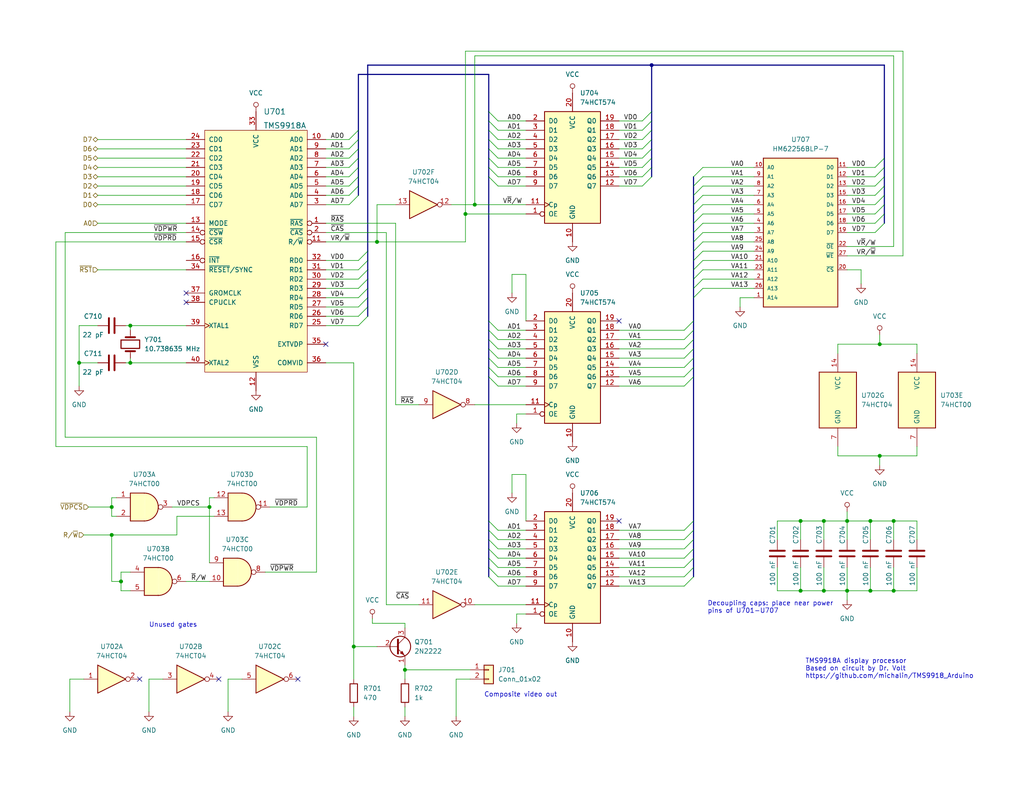
<source format=kicad_sch>
(kicad_sch (version 20211123) (generator eeschema)
  (paper "USLetter")
  (title_block (title "HMC56") (rev "B") (company "Open Software") (comment 1 "Retro computer HMC56 using R6502") (comment 2 "Paulo da Silva (pdsilva)") (comment 3 "ppsilv gmail com"))
  (lib_symbols
    (symbol "74xx:74HCT00" (pin_names (offset 1.016))
      (property "Reference" "U" (at 0 1.27 0))
      (property "Value" "74HCT00" (at 0 -1.27 0))
      (symbol "74HCT00_1_1"
        (pin input line (at -7.62 2.54 0) (length 3.81) (name "~") (number "1"))
        (pin input line (at -7.62 -2.54 0) (length 3.81) (name "~") (number "2"))
        (pin output inverted (at 7.62 0 180) (length 3.81) (name "~") (number "3"))
      )
      (symbol "74HCT00_1_2"
        (pin input inverted (at -7.62 2.54 0) (length 4.318) (name "~") (number "1"))
        (pin input inverted (at -7.62 -2.54 0) (length 4.318) (name "~") (number "2"))
        (pin output line (at 7.62 0 180) (length 3.81) (name "~") (number "3"))
      )
      (symbol "74HCT00_2_1"
        (pin input line (at -7.62 2.54 0) (length 3.81) (name "~") (number "4"))
        (pin input line (at -7.62 -2.54 0) (length 3.81) (name "~") (number "5"))
        (pin output inverted (at 7.62 0 180) (length 3.81) (name "~") (number "6"))
      )
      (symbol "74HCT00_2_2"
        (pin input inverted (at -7.62 2.54 0) (length 4.318) (name "~") (number "4"))
        (pin input inverted (at -7.62 -2.54 0) (length 4.318) (name "~") (number "5"))
        (pin output line (at 7.62 0 180) (length 3.81) (name "~") (number "6"))
      )
      (symbol "74HCT00_3_1"
        (pin input line (at -7.62 -2.54 0) (length 3.81) (name "~") (number "10"))
        (pin output inverted (at 7.62 0 180) (length 3.81) (name "~") (number "8"))
        (pin input line (at -7.62 2.54 0) (length 3.81) (name "~") (number "9"))
      )
      (symbol "74HCT00_3_2"
        (pin input inverted (at -7.62 -2.54 0) (length 4.318) (name "~") (number "10"))
        (pin output line (at 7.62 0 180) (length 3.81) (name "~") (number "8"))
        (pin input inverted (at -7.62 2.54 0) (length 4.318) (name "~") (number "9"))
      )
      (symbol "74HCT00_4_1"
        (pin output inverted (at 7.62 0 180) (length 3.81) (name "~") (number "11"))
        (pin input line (at -7.62 2.54 0) (length 3.81) (name "~") (number "12"))
        (pin input line (at -7.62 -2.54 0) (length 3.81) (name "~") (number "13"))
      )
      (symbol "74HCT00_4_2"
        (pin output line (at 7.62 0 180) (length 3.81) (name "~") (number "11"))
        (pin input inverted (at -7.62 2.54 0) (length 4.318) (name "~") (number "12"))
        (pin input inverted (at -7.62 -2.54 0) (length 4.318) (name "~") (number "13"))
      )
      (symbol "74HCT00_5_0"
        (pin power_in line (at 0 12.7 270) (length 5.08) (name "VCC") (number "14"))
        (pin power_in line (at 0 -12.7 90) (length 5.08) (name "GND") (number "7"))
      )
    )
    (symbol "74xx:74HCT04" (pin_names (offset 1.016))
      (property "Reference" "U" (at 0 1.27 0))
      (property "Value" "74HCT04" (at 0 -1.27 0))
      (symbol "74HCT04_1_0"
        (pin input line (at -7.62 0 0) (length 3.81) (name "~") (number "1"))
        (pin output inverted (at 7.62 0 180) (length 3.81) (name "~") (number "2"))
      )
      (symbol "74HCT04_2_0"
        (pin input line (at -7.62 0 0) (length 3.81) (name "~") (number "3"))
        (pin output inverted (at 7.62 0 180) (length 3.81) (name "~") (number "4"))
      )
      (symbol "74HCT04_3_0"
        (pin input line (at -7.62 0 0) (length 3.81) (name "~") (number "5"))
        (pin output inverted (at 7.62 0 180) (length 3.81) (name "~") (number "6"))
      )
      (symbol "74HCT04_4_0"
        (pin output inverted (at 7.62 0 180) (length 3.81) (name "~") (number "8"))
        (pin input line (at -7.62 0 0) (length 3.81) (name "~") (number "9"))
      )
      (symbol "74HCT04_5_0"
        (pin output inverted (at 7.62 0 180) (length 3.81) (name "~") (number "10"))
        (pin input line (at -7.62 0 0) (length 3.81) (name "~") (number "11"))
      )
      (symbol "74HCT04_6_0"
        (pin output inverted (at 7.62 0 180) (length 3.81) (name "~") (number "12"))
        (pin input line (at -7.62 0 0) (length 3.81) (name "~") (number "13"))
      )
      (symbol "74HCT04_7_0"
        (pin power_in line (at 0 12.7 270) (length 5.08) (name "VCC") (number "14"))
        (pin power_in line (at 0 -12.7 90) (length 5.08) (name "GND") (number "7"))
      )
    )
    (symbol "74xx:74HCT574" (pin_names (offset 1.016))
      (property "Reference" "U" (at -7.62 16.51 0))
      (property "Value" "74HCT574" (at -7.62 -16.51 0))
      (symbol "74HCT574_1_0"
        (pin input inverted (at -12.7 -12.7 0) (length 5.08) (name "OE") (number "1"))
        (pin power_in line (at 0 -20.32 90) (length 5.08) (name "GND") (number "10"))
        (pin input clock (at -12.7 -10.16 0) (length 5.08) (name "Cp") (number "11"))
        (pin tri_state line (at 12.7 -5.08 180) (length 5.08) (name "Q7") (number "12"))
        (pin tri_state line (at 12.7 -2.54 180) (length 5.08) (name "Q6") (number "13"))
        (pin tri_state line (at 12.7 0 180) (length 5.08) (name "Q5") (number "14"))
        (pin tri_state line (at 12.7 2.54 180) (length 5.08) (name "Q4") (number "15"))
        (pin tri_state line (at 12.7 5.08 180) (length 5.08) (name "Q3") (number "16"))
        (pin tri_state line (at 12.7 7.62 180) (length 5.08) (name "Q2") (number "17"))
        (pin tri_state line (at 12.7 10.16 180) (length 5.08) (name "Q1") (number "18"))
        (pin tri_state line (at 12.7 12.7 180) (length 5.08) (name "Q0") (number "19"))
        (pin input line (at -12.7 12.7 0) (length 5.08) (name "D0") (number "2"))
        (pin power_in line (at 0 20.32 270) (length 5.08) (name "VCC") (number "20"))
        (pin input line (at -12.7 10.16 0) (length 5.08) (name "D1") (number "3"))
        (pin input line (at -12.7 7.62 0) (length 5.08) (name "D2") (number "4"))
        (pin input line (at -12.7 5.08 0) (length 5.08) (name "D3") (number "5"))
        (pin input line (at -12.7 2.54 0) (length 5.08) (name "D4") (number "6"))
        (pin input line (at -12.7 0 0) (length 5.08) (name "D5") (number "7"))
        (pin input line (at -12.7 -2.54 0) (length 5.08) (name "D6") (number "8"))
        (pin input line (at -12.7 -5.08 0) (length 5.08) (name "D7") (number "9"))
      )
    )
    (symbol "Connector_Generic:Conn_01x02" (pin_names (offset 1.016) hide)
      (property "Reference" "J" (at 0 2.54 0))
      (property "Value" "Conn_01x02" (at 0 -5.08 0))
      (symbol "Conn_01x02_1_1"
        (pin passive line (at -5.08 0 0) (length 3.81) (name "Pin_1") (number "1"))
        (pin passive line (at -5.08 -2.54 0) (length 3.81) (name "Pin_2") (number "2"))
      )
    )
    (symbol "TMS9918:TMS9918A" (pin_names (offset 1.016))
      (property "Reference" "U" (at -12.7 35.56 0))
      (property "Value" "TMS9918A" (at 8.89 -35.56 0))
      (symbol "TMS9918A_1_1"
        (pin output inverted (at 19.05 7.62 180) (length 5.08) (name "~{RAS}") (number "1"))
        (pin output line (at 19.05 30.48 180) (length 5.08) (name "AD0") (number "10"))
        (pin output inverted (at 19.05 2.54 180) (length 5.08) (name "R/~{W}") (number "11"))
        (pin power_in line (at 0 -38.1 90) (length 5.08) (name "VSS") (number "12"))
        (pin input line (at -19.05 7.62 0) (length 5.08) (name "MODE") (number "13"))
        (pin input inverted (at -19.05 5.08 0) (length 5.08) (name "~{CSW}") (number "14"))
        (pin input inverted (at -19.05 2.54 0) (length 5.08) (name "~{CSR}") (number "15"))
        (pin output inverted (at -19.05 -2.54 0) (length 5.08) (name "~{INT}") (number "16"))
        (pin bidirectional line (at -19.05 12.7 0) (length 5.08) (name "CD7") (number "17"))
        (pin bidirectional line (at -19.05 15.24 0) (length 5.08) (name "CD6") (number "18"))
        (pin bidirectional line (at -19.05 17.78 0) (length 5.08) (name "CD5") (number "19"))
        (pin output inverted (at 19.05 5.08 180) (length 5.08) (name "~{CAS}") (number "2"))
        (pin bidirectional line (at -19.05 20.32 0) (length 5.08) (name "CD4") (number "20"))
        (pin bidirectional line (at -19.05 22.86 0) (length 5.08) (name "CD3") (number "21"))
        (pin bidirectional line (at -19.05 25.4 0) (length 5.08) (name "CD2") (number "22"))
        (pin bidirectional line (at -19.05 27.94 0) (length 5.08) (name "CD1") (number "23"))
        (pin bidirectional line (at -19.05 30.48 0) (length 5.08) (name "CD0") (number "24"))
        (pin input line (at 19.05 -20.32 180) (length 5.08) (name "RD7") (number "25"))
        (pin input line (at 19.05 -17.78 180) (length 5.08) (name "RD6") (number "26"))
        (pin input line (at 19.05 -15.24 180) (length 5.08) (name "RD5") (number "27"))
        (pin input line (at 19.05 -12.7 180) (length 5.08) (name "RD4") (number "28"))
        (pin input line (at 19.05 -10.16 180) (length 5.08) (name "RD3") (number "29"))
        (pin output line (at 19.05 12.7 180) (length 5.08) (name "AD7") (number "3"))
        (pin input line (at 19.05 -7.62 180) (length 5.08) (name "RD2") (number "30"))
        (pin input line (at 19.05 -5.08 180) (length 5.08) (name "RD1") (number "31"))
        (pin input line (at 19.05 -2.54 180) (length 5.08) (name "RD0") (number "32"))
        (pin power_in line (at 0 38.1 270) (length 5.08) (name "VCC") (number "33"))
        (pin input line (at -19.05 -5.08 0) (length 5.08) (name "~{RESET}/SYNC") (number "34"))
        (pin bidirectional line (at 19.05 -25.4 180) (length 5.08) (name "EXTVDP") (number "35"))
        (pin output line (at 19.05 -30.48 180) (length 5.08) (name "COMVID") (number "36"))
        (pin output line (at -19.05 -11.43 0) (length 5.08) (name "GROMCLK") (number "37"))
        (pin output line (at -19.05 -13.97 0) (length 5.08) (name "CPUCLK") (number "38"))
        (pin input clock (at -19.05 -20.32 0) (length 5.08) (name "XTAL1") (number "39"))
        (pin output line (at 19.05 15.24 180) (length 5.08) (name "AD6") (number "4"))
        (pin input clock (at -19.05 -30.48 0) (length 5.08) (name "XTAL2") (number "40"))
        (pin output line (at 19.05 17.78 180) (length 5.08) (name "AD5") (number "5"))
        (pin output line (at 19.05 20.32 180) (length 5.08) (name "AD4") (number "6"))
        (pin output line (at 19.05 22.86 180) (length 5.08) (name "AD3") (number "7"))
        (pin output line (at 19.05 25.4 180) (length 5.08) (name "AD2") (number "8"))
        (pin output line (at 19.05 27.94 180) (length 5.08) (name "AD1") (number "9"))
      )
    )
    (symbol "device:C" (pin_numbers hide) (pin_names (offset 0.254))
      (property "Reference" "C" (at 0.635 2.54 0))
      (property "Value" "C" (at 0.635 -2.54 0))
      (symbol "C_1_1"
        (pin passive line (at 0 3.81 270) (length 2.794) (name "~") (number "1"))
        (pin passive line (at 0 -3.81 90) (length 2.794) (name "~") (number "2"))
      )
    )
    (symbol "device:Crystal" (pin_numbers hide) (pin_names (offset 1.016) hide)
      (property "Reference" "Y" (at 0 3.81 0))
      (property "Value" "Crystal" (at 0 -3.81 0))
      (symbol "Crystal_1_1"
        (pin passive line (at -3.81 0 0) (length 1.27) (name "1") (number "1"))
        (pin passive line (at 3.81 0 180) (length 1.27) (name "2") (number "2"))
      )
    )
    (symbol "device:Q_NPN_EBC" (pin_names (offset 0) hide)
      (property "Reference" "Q" (at 5.08 1.27 0))
      (property "Value" "Q_NPN_EBC" (at 5.08 -1.27 0))
      (symbol "Q_NPN_EBC_1_1"
        (pin passive line (at 2.54 -5.08 90) (length 2.54) (name "E") (number "1"))
        (pin passive line (at -5.08 0 0) (length 5.715) (name "B") (number "2"))
        (pin passive line (at 2.54 5.08 270) (length 2.54) (name "C") (number "3"))
      )
    )
    (symbol "device:R" (pin_numbers hide) (pin_names (offset 0))
      (property "Reference" "R" (at 2.032 0 90))
      (property "Value" "R" (at 0 0 90))
      (symbol "R_1_1"
        (pin passive line (at 0 3.81 270) (length 1.27) (name "~") (number "1"))
        (pin passive line (at 0 -3.81 90) (length 1.27) (name "~") (number "2"))
      )
    )
    (symbol "memory:HM62256BLP-7" (pin_names (offset 1.016))
      (property "Reference" "U" (at -7.62 22.86 0))
      (property "Value" "HM62256BLP-7" (at 10.16 -20.32 0))
      (symbol "HM62256BLP-7_0_0"
        (pin power_in line (at 0 -20.32 90) (length 1.27) hide (name "GND") (number "14"))
        (pin power_in line (at 0 22.86 270) (length 1.27) hide (name "VCC") (number "28"))
      )
      (symbol "HM62256BLP-7_1_1"
        (pin input line (at -12.7 -16.51 0) (length 2.54) (name "A14") (number "1"))
        (pin input line (at -12.7 19.05 0) (length 2.54) (name "A0") (number "10"))
        (pin tri_state line (at 12.7 19.05 180) (length 2.54) (name "D0") (number "11"))
        (pin tri_state line (at 12.7 16.51 180) (length 2.54) (name "D1") (number "12"))
        (pin tri_state line (at 12.7 13.97 180) (length 2.54) (name "D2") (number "13"))
        (pin tri_state line (at 12.7 11.43 180) (length 2.54) (name "D3") (number "15"))
        (pin tri_state line (at 12.7 8.89 180) (length 2.54) (name "D4") (number "16"))
        (pin tri_state line (at 12.7 6.35 180) (length 2.54) (name "D5") (number "17"))
        (pin tri_state line (at 12.7 3.81 180) (length 2.54) (name "D6") (number "18"))
        (pin tri_state line (at 12.7 1.27 180) (length 2.54) (name "D7") (number "19"))
        (pin input line (at -12.7 -11.43 0) (length 2.54) (name "A12") (number "2"))
        (pin input line (at 12.7 -8.89 180) (length 2.54) (name "~{CS}") (number "20"))
        (pin input line (at -12.7 -6.35 0) (length 2.54) (name "A10") (number "21"))
        (pin input line (at 12.7 -2.54 180) (length 2.54) (name "~{OE}") (number "22"))
        (pin input line (at -12.7 -8.89 0) (length 2.54) (name "A11") (number "23"))
        (pin input line (at -12.7 -3.81 0) (length 2.54) (name "A9") (number "24"))
        (pin input line (at -12.7 -1.27 0) (length 2.54) (name "A8") (number "25"))
        (pin input line (at -12.7 -13.97 0) (length 2.54) (name "A13") (number "26"))
        (pin input line (at 12.7 -5.08 180) (length 2.54) (name "~{WE}") (number "27"))
        (pin input line (at -12.7 1.27 0) (length 2.54) (name "A7") (number "3"))
        (pin input line (at -12.7 3.81 0) (length 2.54) (name "A6") (number "4"))
        (pin input line (at -12.7 6.35 0) (length 2.54) (name "A5") (number "5"))
        (pin input line (at -12.7 8.89 0) (length 2.54) (name "A4") (number "6"))
        (pin input line (at -12.7 11.43 0) (length 2.54) (name "A3") (number "7"))
        (pin input line (at -12.7 13.97 0) (length 2.54) (name "A2") (number "8"))
        (pin input line (at -12.7 16.51 0) (length 2.54) (name "A1") (number "9"))
      )
    )
    (symbol "power:GND" (power) (pin_names (offset 0))
      (property "Value" "GND" (at 0 -3.81 0))
      (symbol "GND_1_1"
        (pin power_in line (at 0 0 270) (length 0) hide (name "GND") (number "1"))
      )
    )
    (symbol "power:VCC" (power) (pin_names (offset 0))
      (property "Value" "VCC" (at 0 3.81 0))
      (symbol "VCC_1_1"
        (pin power_in line (at 0 0 90) (length 0) hide (name "VCC") (number "1"))
      )
    )
  )
  (junction (at 231.14 161.29))
  (junction (at 231.14 142.24))
  (junction (at 21.59 99.06))
  (junction (at 237.49 161.29))
  (junction (at 35.56 88.9))
  (junction (at 127 58.42))
  (junction (at 129.54 55.88))
  (junction (at 224.79 161.29))
  (junction (at 240.03 124.46))
  (junction (at 102.87 66.04))
  (junction (at 237.49 142.24))
  (junction (at 96.52 176.53))
  (junction (at 30.48 146.05))
  (junction (at 218.44 142.24))
  (junction (at 240.03 93.98))
  (junction (at 243.84 161.29))
  (junction (at 224.79 142.24))
  (junction (at 243.84 142.24))
  (junction (at 57.15 138.43))
  (junction (at 218.44 161.29))
  (junction (at 110.49 182.88))
  (junction (at 30.48 138.43))
  (junction (at 33.02 158.75))
  (junction (at 35.56 99.06))
  (junction (at 177.8 17.78))
  (no_connect (at 168.91 87.63))
  (no_connect (at 38.1 185.42))
  (no_connect (at 168.91 142.24))
  (no_connect (at 50.8 80.01))
  (no_connect (at 50.8 82.55))
  (no_connect (at 88.9 93.98))
  (no_connect (at 81.28 185.42))
  (no_connect (at 59.69 185.42))
  (bus_entry (at 186.69 105.41) (size 2.54 -2.54))
  (bus_entry (at 133.35 95.25) (size 2.54 2.54))
  (bus_entry (at 133.35 30.48) (size 2.54 2.54))
  (bus_entry (at 238.76 50.8) (size 2.54 -2.54))
  (bus_entry (at 95.25 48.26) (size 2.54 -2.54))
  (bus_entry (at 189.23 78.74) (size 2.54 -2.54))
  (bus_entry (at 97.79 88.9) (size 2.54 -2.54))
  (bus_entry (at 238.76 60.96) (size 2.54 -2.54))
  (bus_entry (at 186.69 154.94) (size 2.54 -2.54))
  (bus_entry (at 133.35 100.33) (size 2.54 2.54))
  (bus_entry (at 186.69 92.71) (size 2.54 -2.54))
  (bus_entry (at 97.79 73.66) (size 2.54 -2.54))
  (bus_entry (at 238.76 58.42) (size 2.54 -2.54))
  (bus_entry (at 186.69 95.25) (size 2.54 -2.54))
  (bus_entry (at 133.35 97.79) (size 2.54 2.54))
  (bus_entry (at 238.76 48.26) (size 2.54 -2.54))
  (bus_entry (at 175.26 43.18) (size 2.54 -2.54))
  (bus_entry (at 175.26 33.02) (size 2.54 -2.54))
  (bus_entry (at 175.26 40.64) (size 2.54 -2.54))
  (bus_entry (at 97.79 86.36) (size 2.54 -2.54))
  (bus_entry (at 186.69 149.86) (size 2.54 -2.54))
  (bus_entry (at 189.23 53.34) (size 2.54 -2.54))
  (bus_entry (at 133.35 48.26) (size 2.54 2.54))
  (bus_entry (at 95.25 38.1) (size 2.54 -2.54))
  (bus_entry (at 97.79 71.12) (size 2.54 -2.54))
  (bus_entry (at 97.79 83.82) (size 2.54 -2.54))
  (bus_entry (at 189.23 68.58) (size 2.54 -2.54))
  (bus_entry (at 95.25 45.72) (size 2.54 -2.54))
  (bus_entry (at 95.25 43.18) (size 2.54 -2.54))
  (bus_entry (at 133.35 45.72) (size 2.54 2.54))
  (bus_entry (at 186.69 157.48) (size 2.54 -2.54))
  (bus_entry (at 238.76 53.34) (size 2.54 -2.54))
  (bus_entry (at 186.69 147.32) (size 2.54 -2.54))
  (bus_entry (at 133.35 149.86) (size 2.54 2.54))
  (bus_entry (at 97.79 78.74) (size 2.54 -2.54))
  (bus_entry (at 133.35 90.17) (size 2.54 2.54))
  (bus_entry (at 186.69 144.78) (size 2.54 -2.54))
  (bus_entry (at 189.23 60.96) (size 2.54 -2.54))
  (bus_entry (at 133.35 144.78) (size 2.54 2.54))
  (bus_entry (at 175.26 48.26) (size 2.54 -2.54))
  (bus_entry (at 189.23 66.04) (size 2.54 -2.54))
  (bus_entry (at 189.23 73.66) (size 2.54 -2.54))
  (bus_entry (at 189.23 58.42) (size 2.54 -2.54))
  (bus_entry (at 189.23 63.5) (size 2.54 -2.54))
  (bus_entry (at 133.35 154.94) (size 2.54 2.54))
  (bus_entry (at 133.35 152.4) (size 2.54 2.54))
  (bus_entry (at 133.35 33.02) (size 2.54 2.54))
  (bus_entry (at 189.23 81.28) (size 2.54 -2.54))
  (bus_entry (at 189.23 48.26) (size 2.54 -2.54))
  (bus_entry (at 189.23 55.88) (size 2.54 -2.54))
  (bus_entry (at 186.69 100.33) (size 2.54 -2.54))
  (bus_entry (at 189.23 71.12) (size 2.54 -2.54))
  (bus_entry (at 186.69 152.4) (size 2.54 -2.54))
  (bus_entry (at 186.69 102.87) (size 2.54 -2.54))
  (bus_entry (at 189.23 76.2) (size 2.54 -2.54))
  (bus_entry (at 133.35 43.18) (size 2.54 2.54))
  (bus_entry (at 133.35 40.64) (size 2.54 2.54))
  (bus_entry (at 186.69 90.17) (size 2.54 -2.54))
  (bus_entry (at 97.79 76.2) (size 2.54 -2.54))
  (bus_entry (at 95.25 50.8) (size 2.54 -2.54))
  (bus_entry (at 189.23 50.8) (size 2.54 -2.54))
  (bus_entry (at 186.69 97.79) (size 2.54 -2.54))
  (bus_entry (at 95.25 53.34) (size 2.54 -2.54))
  (bus_entry (at 175.26 35.56) (size 2.54 -2.54))
  (bus_entry (at 175.26 50.8) (size 2.54 -2.54))
  (bus_entry (at 133.35 87.63) (size 2.54 2.54))
  (bus_entry (at 95.25 40.64) (size 2.54 -2.54))
  (bus_entry (at 133.35 102.87) (size 2.54 2.54))
  (bus_entry (at 238.76 45.72) (size 2.54 -2.54))
  (bus_entry (at 133.35 92.71) (size 2.54 2.54))
  (bus_entry (at 133.35 142.24) (size 2.54 2.54))
  (bus_entry (at 238.76 55.88) (size 2.54 -2.54))
  (bus_entry (at 97.79 81.28) (size 2.54 -2.54))
  (bus_entry (at 238.76 63.5) (size 2.54 -2.54))
  (bus_entry (at 175.26 38.1) (size 2.54 -2.54))
  (bus_entry (at 133.35 147.32) (size 2.54 2.54))
  (bus_entry (at 133.35 35.56) (size 2.54 2.54))
  (bus_entry (at 175.26 45.72) (size 2.54 -2.54))
  (bus_entry (at 95.25 55.88) (size 2.54 -2.54))
  (bus_entry (at 133.35 157.48) (size 2.54 2.54))
  (bus_entry (at 186.69 160.02) (size 2.54 -2.54))
  (bus_entry (at 133.35 38.1) (size 2.54 2.54))
  (wire (pts (xy 57.15 138.43) (xy 57.15 153.67)))
  (wire (pts (xy 30.48 146.05) (xy 48.26 146.05)))
  (bus (pts (xy 133.35 90.17) (xy 133.35 92.71)))
  (wire (pts (xy 88.9 48.26) (xy 95.25 48.26)))
  (wire (pts (xy 21.59 99.06) (xy 21.59 105.41)))
  (bus (pts (xy 241.3 50.8) (xy 241.3 48.26)))
  (bus (pts (xy 189.23 142.24) (xy 189.23 144.78)))
  (bus (pts (xy 133.35 33.02) (xy 133.35 35.56)))
  (wire (pts (xy 102.87 55.88) (xy 107.95 55.88)))
  (wire (pts (xy 26.67 88.9) (xy 21.59 88.9)))
  (wire (pts (xy 15.24 66.04) (xy 50.8 66.04)))
  (wire (pts (xy 191.77 71.12) (xy 205.74 71.12)))
  (bus (pts (xy 241.3 43.18) (xy 241.3 17.78)))
  (wire (pts (xy 224.79 154.94) (xy 224.79 161.29)))
  (wire (pts (xy 168.91 35.56) (xy 175.26 35.56)))
  (wire (pts (xy 243.84 161.29) (xy 250.19 161.29)))
  (wire (pts (xy 102.87 66.04) (xy 102.87 55.88)))
  (wire (pts (xy 88.9 83.82) (xy 97.79 83.82)))
  (wire (pts (xy 88.9 81.28) (xy 97.79 81.28)))
  (wire (pts (xy 83.82 138.43) (xy 83.82 121.92)))
  (wire (pts (xy 234.95 73.66) (xy 234.95 77.47)))
  (wire (pts (xy 72.39 156.21) (xy 86.36 156.21)))
  (wire (pts (xy 21.59 99.06) (xy 26.67 99.06)))
  (wire (pts (xy 224.79 142.24) (xy 231.14 142.24)))
  (wire (pts (xy 135.89 45.72) (xy 143.51 45.72)))
  (wire (pts (xy 135.89 50.8) (xy 143.51 50.8)))
  (bus (pts (xy 189.23 102.87) (xy 189.23 142.24)))
  (wire (pts (xy 88.9 78.74) (xy 97.79 78.74)))
  (wire (pts (xy 102.87 176.53) (xy 96.52 176.53)))
  (wire (pts (xy 143.51 129.54) (xy 143.51 142.24)))
  (bus (pts (xy 100.33 83.82) (xy 100.33 86.36)))
  (wire (pts (xy 88.9 73.66) (xy 97.79 73.66)))
  (wire (pts (xy 237.49 161.29) (xy 243.84 161.29)))
  (wire (pts (xy 168.91 102.87) (xy 186.69 102.87)))
  (wire (pts (xy 50.8 158.75) (xy 57.15 158.75)))
  (bus (pts (xy 241.3 53.34) (xy 241.3 50.8)))
  (wire (pts (xy 34.29 99.06) (xy 35.56 99.06)))
  (wire (pts (xy 110.49 181.61) (xy 110.49 182.88)))
  (wire (pts (xy 110.49 182.88) (xy 128.27 182.88)))
  (wire (pts (xy 26.67 53.34) (xy 50.8 53.34)))
  (bus (pts (xy 133.35 154.94) (xy 133.35 157.48)))
  (wire (pts (xy 96.52 99.06) (xy 88.9 99.06)))
  (wire (pts (xy 22.86 185.42) (xy 19.05 185.42)))
  (bus (pts (xy 189.23 60.96) (xy 189.23 63.5)))
  (wire (pts (xy 168.91 95.25) (xy 186.69 95.25)))
  (wire (pts (xy 191.77 68.58) (xy 205.74 68.58)))
  (wire (pts (xy 228.6 96.52) (xy 228.6 93.98)))
  (wire (pts (xy 168.91 33.02) (xy 175.26 33.02)))
  (bus (pts (xy 100.33 71.12) (xy 100.33 73.66)))
  (wire (pts (xy 135.89 105.41) (xy 143.51 105.41)))
  (wire (pts (xy 30.48 158.75) (xy 33.02 158.75)))
  (wire (pts (xy 191.77 58.42) (xy 205.74 58.42)))
  (wire (pts (xy 191.77 66.04) (xy 205.74 66.04)))
  (wire (pts (xy 110.49 182.88) (xy 110.49 185.42)))
  (wire (pts (xy 168.91 90.17) (xy 186.69 90.17)))
  (bus (pts (xy 133.35 40.64) (xy 133.35 43.18)))
  (wire (pts (xy 135.89 160.02) (xy 143.51 160.02)))
  (bus (pts (xy 241.3 48.26) (xy 241.3 45.72)))
  (wire (pts (xy 168.91 48.26) (xy 175.26 48.26)))
  (bus (pts (xy 241.3 45.72) (xy 241.3 43.18)))
  (wire (pts (xy 143.51 58.42) (xy 127 58.42)))
  (wire (pts (xy 231.14 73.66) (xy 234.95 73.66)))
  (wire (pts (xy 231.14 58.42) (xy 238.76 58.42)))
  (bus (pts (xy 97.79 50.8) (xy 97.79 53.34)))
  (wire (pts (xy 44.45 185.42) (xy 40.64 185.42)))
  (wire (pts (xy 129.54 55.88) (xy 143.51 55.88)))
  (bus (pts (xy 177.8 45.72) (xy 177.8 48.26)))
  (wire (pts (xy 57.15 135.89) (xy 57.15 138.43)))
  (bus (pts (xy 177.8 38.1) (xy 177.8 40.64)))
  (wire (pts (xy 140.97 167.64) (xy 140.97 170.18)))
  (wire (pts (xy 96.52 176.53) (xy 96.52 99.06)))
  (wire (pts (xy 168.91 43.18) (xy 175.26 43.18)))
  (wire (pts (xy 218.44 161.29) (xy 224.79 161.29)))
  (wire (pts (xy 250.19 161.29) (xy 250.19 154.94)))
  (bus (pts (xy 133.35 95.25) (xy 133.35 97.79)))
  (wire (pts (xy 66.04 185.42) (xy 62.23 185.42)))
  (wire (pts (xy 231.14 139.7) (xy 231.14 142.24)))
  (wire (pts (xy 101.6 168.91) (xy 101.6 170.18)))
  (wire (pts (xy 30.48 140.97) (xy 30.48 138.43)))
  (wire (pts (xy 168.91 152.4) (xy 186.69 152.4)))
  (wire (pts (xy 24.13 138.43) (xy 30.48 138.43)))
  (wire (pts (xy 35.56 88.9) (xy 35.56 90.17)))
  (bus (pts (xy 133.35 92.71) (xy 133.35 95.25)))
  (wire (pts (xy 191.77 45.72) (xy 205.74 45.72)))
  (wire (pts (xy 228.6 124.46) (xy 240.03 124.46)))
  (wire (pts (xy 218.44 142.24) (xy 218.44 147.32)))
  (wire (pts (xy 107.95 110.49) (xy 107.95 60.96)))
  (bus (pts (xy 189.23 66.04) (xy 189.23 68.58)))
  (wire (pts (xy 30.48 146.05) (xy 30.48 158.75)))
  (wire (pts (xy 21.59 88.9) (xy 21.59 99.06)))
  (wire (pts (xy 22.86 146.05) (xy 30.48 146.05)))
  (wire (pts (xy 34.29 88.9) (xy 35.56 88.9)))
  (wire (pts (xy 35.56 97.79) (xy 35.56 99.06)))
  (wire (pts (xy 240.03 91.44) (xy 240.03 93.98)))
  (wire (pts (xy 129.54 165.1) (xy 143.51 165.1)))
  (wire (pts (xy 201.93 81.28) (xy 205.74 81.28)))
  (bus (pts (xy 189.23 90.17) (xy 189.23 92.71)))
  (bus (pts (xy 241.3 60.96) (xy 241.3 58.42)))
  (wire (pts (xy 250.19 142.24) (xy 250.19 147.32)))
  (bus (pts (xy 177.8 35.56) (xy 177.8 38.1)))
  (wire (pts (xy 228.6 121.92) (xy 228.6 124.46)))
  (wire (pts (xy 26.67 40.64) (xy 50.8 40.64)))
  (wire (pts (xy 88.9 55.88) (xy 95.25 55.88)))
  (bus (pts (xy 97.79 38.1) (xy 97.79 40.64)))
  (wire (pts (xy 191.77 55.88) (xy 205.74 55.88)))
  (wire (pts (xy 231.14 69.85) (xy 246.38 69.85)))
  (wire (pts (xy 26.67 38.1) (xy 50.8 38.1)))
  (bus (pts (xy 133.35 30.48) (xy 133.35 33.02)))
  (wire (pts (xy 168.91 144.78) (xy 186.69 144.78)))
  (wire (pts (xy 168.91 149.86) (xy 186.69 149.86)))
  (wire (pts (xy 124.46 185.42) (xy 128.27 185.42)))
  (bus (pts (xy 189.23 48.26) (xy 189.23 50.8)))
  (wire (pts (xy 110.49 171.45) (xy 110.49 170.18)))
  (bus (pts (xy 133.35 142.24) (xy 133.35 144.78)))
  (bus (pts (xy 189.23 144.78) (xy 189.23 147.32)))
  (wire (pts (xy 231.14 142.24) (xy 231.14 147.32)))
  (wire (pts (xy 231.14 55.88) (xy 238.76 55.88)))
  (wire (pts (xy 135.89 97.79) (xy 143.51 97.79)))
  (wire (pts (xy 88.9 86.36) (xy 97.79 86.36)))
  (wire (pts (xy 135.89 147.32) (xy 143.51 147.32)))
  (wire (pts (xy 135.89 100.33) (xy 143.51 100.33)))
  (wire (pts (xy 46.99 138.43) (xy 57.15 138.43)))
  (bus (pts (xy 133.35 45.72) (xy 133.35 48.26)))
  (wire (pts (xy 96.52 176.53) (xy 96.52 185.42)))
  (bus (pts (xy 189.23 50.8) (xy 189.23 53.34)))
  (wire (pts (xy 58.42 140.97) (xy 48.26 140.97)))
  (wire (pts (xy 231.14 45.72) (xy 238.76 45.72)))
  (wire (pts (xy 231.14 161.29) (xy 237.49 161.29)))
  (wire (pts (xy 140.97 113.03) (xy 140.97 115.57)))
  (wire (pts (xy 168.91 100.33) (xy 186.69 100.33)))
  (wire (pts (xy 135.89 43.18) (xy 143.51 43.18)))
  (wire (pts (xy 168.91 92.71) (xy 186.69 92.71)))
  (wire (pts (xy 240.03 124.46) (xy 250.19 124.46)))
  (wire (pts (xy 168.91 38.1) (xy 175.26 38.1)))
  (wire (pts (xy 237.49 142.24) (xy 237.49 147.32)))
  (bus (pts (xy 189.23 100.33) (xy 189.23 102.87)))
  (wire (pts (xy 135.89 38.1) (xy 143.51 38.1)))
  (bus (pts (xy 100.33 76.2) (xy 100.33 78.74)))
  (wire (pts (xy 127 13.97) (xy 127 58.42)))
  (wire (pts (xy 231.14 60.96) (xy 238.76 60.96)))
  (bus (pts (xy 133.35 48.26) (xy 133.35 87.63)))
  (wire (pts (xy 191.77 76.2) (xy 205.74 76.2)))
  (wire (pts (xy 212.09 142.24) (xy 218.44 142.24)))
  (bus (pts (xy 97.79 40.64) (xy 97.79 43.18)))
  (wire (pts (xy 191.77 48.26) (xy 205.74 48.26)))
  (wire (pts (xy 129.54 110.49) (xy 143.51 110.49)))
  (wire (pts (xy 127 58.42) (xy 127 66.04)))
  (wire (pts (xy 26.67 73.66) (xy 50.8 73.66)))
  (wire (pts (xy 62.23 185.42) (xy 62.23 194.31)))
  (wire (pts (xy 26.67 60.96) (xy 50.8 60.96)))
  (bus (pts (xy 133.35 144.78) (xy 133.35 147.32)))
  (wire (pts (xy 17.78 119.38) (xy 17.78 63.5)))
  (wire (pts (xy 168.91 50.8) (xy 175.26 50.8)))
  (wire (pts (xy 139.7 74.93) (xy 139.7 80.01)))
  (wire (pts (xy 135.89 152.4) (xy 143.51 152.4)))
  (wire (pts (xy 135.89 35.56) (xy 143.51 35.56)))
  (wire (pts (xy 139.7 129.54) (xy 143.51 129.54)))
  (wire (pts (xy 135.89 48.26) (xy 143.51 48.26)))
  (bus (pts (xy 100.33 81.28) (xy 100.33 83.82)))
  (wire (pts (xy 243.84 154.94) (xy 243.84 161.29)))
  (wire (pts (xy 127 66.04) (xy 102.87 66.04)))
  (bus (pts (xy 189.23 63.5) (xy 189.23 66.04)))
  (wire (pts (xy 33.02 158.75) (xy 33.02 161.29)))
  (bus (pts (xy 189.23 73.66) (xy 189.23 76.2)))
  (wire (pts (xy 168.91 154.94) (xy 186.69 154.94)))
  (wire (pts (xy 33.02 161.29) (xy 35.56 161.29)))
  (bus (pts (xy 97.79 20.32) (xy 133.35 20.32)))
  (wire (pts (xy 73.66 138.43) (xy 83.82 138.43)))
  (wire (pts (xy 143.51 74.93) (xy 143.51 87.63)))
  (bus (pts (xy 133.35 102.87) (xy 133.35 142.24)))
  (wire (pts (xy 31.75 135.89) (xy 30.48 135.89)))
  (bus (pts (xy 189.23 154.94) (xy 189.23 157.48)))
  (bus (pts (xy 133.35 97.79) (xy 133.35 100.33)))
  (wire (pts (xy 240.03 124.46) (xy 240.03 127)))
  (bus (pts (xy 189.23 97.79) (xy 189.23 100.33)))
  (wire (pts (xy 105.41 63.5) (xy 88.9 63.5)))
  (wire (pts (xy 231.14 154.94) (xy 231.14 161.29)))
  (bus (pts (xy 241.3 58.42) (xy 241.3 55.88)))
  (wire (pts (xy 114.3 165.1) (xy 105.41 165.1)))
  (wire (pts (xy 168.91 105.41) (xy 186.69 105.41)))
  (wire (pts (xy 228.6 93.98) (xy 240.03 93.98)))
  (bus (pts (xy 97.79 35.56) (xy 97.79 38.1)))
  (bus (pts (xy 133.35 38.1) (xy 133.35 40.64)))
  (bus (pts (xy 133.35 20.32) (xy 133.35 30.48)))
  (wire (pts (xy 246.38 13.97) (xy 127 13.97)))
  (wire (pts (xy 168.91 97.79) (xy 186.69 97.79)))
  (wire (pts (xy 107.95 60.96) (xy 88.9 60.96)))
  (bus (pts (xy 97.79 43.18) (xy 97.79 45.72)))
  (bus (pts (xy 133.35 35.56) (xy 133.35 38.1)))
  (wire (pts (xy 191.77 53.34) (xy 205.74 53.34)))
  (wire (pts (xy 26.67 43.18) (xy 50.8 43.18)))
  (bus (pts (xy 189.23 95.25) (xy 189.23 97.79)))
  (bus (pts (xy 133.35 100.33) (xy 133.35 102.87)))
  (bus (pts (xy 241.3 55.88) (xy 241.3 53.34)))
  (bus (pts (xy 133.35 149.86) (xy 133.35 152.4)))
  (wire (pts (xy 231.14 161.29) (xy 231.14 163.83)))
  (wire (pts (xy 218.44 142.24) (xy 224.79 142.24)))
  (bus (pts (xy 189.23 92.71) (xy 189.23 95.25)))
  (wire (pts (xy 231.14 142.24) (xy 237.49 142.24)))
  (wire (pts (xy 191.77 78.74) (xy 205.74 78.74)))
  (wire (pts (xy 88.9 71.12) (xy 97.79 71.12)))
  (bus (pts (xy 133.35 43.18) (xy 133.35 45.72)))
  (wire (pts (xy 88.9 76.2) (xy 97.79 76.2)))
  (wire (pts (xy 168.91 160.02) (xy 186.69 160.02)))
  (wire (pts (xy 224.79 161.29) (xy 231.14 161.29)))
  (wire (pts (xy 96.52 193.04) (xy 96.52 195.58)))
  (wire (pts (xy 88.9 53.34) (xy 95.25 53.34)))
  (wire (pts (xy 168.91 147.32) (xy 186.69 147.32)))
  (bus (pts (xy 133.35 147.32) (xy 133.35 149.86)))
  (bus (pts (xy 177.8 17.78) (xy 100.33 17.78)))
  (wire (pts (xy 86.36 119.38) (xy 17.78 119.38)))
  (wire (pts (xy 143.51 113.03) (xy 140.97 113.03)))
  (bus (pts (xy 177.8 40.64) (xy 177.8 43.18)))
  (wire (pts (xy 218.44 154.94) (xy 218.44 161.29)))
  (wire (pts (xy 88.9 43.18) (xy 95.25 43.18)))
  (bus (pts (xy 100.33 68.58) (xy 100.33 71.12)))
  (wire (pts (xy 88.9 66.04) (xy 102.87 66.04)))
  (wire (pts (xy 212.09 147.32) (xy 212.09 142.24)))
  (bus (pts (xy 133.35 152.4) (xy 133.35 154.94)))
  (bus (pts (xy 189.23 87.63) (xy 189.23 90.17)))
  (wire (pts (xy 135.89 90.17) (xy 143.51 90.17)))
  (wire (pts (xy 83.82 121.92) (xy 15.24 121.92)))
  (bus (pts (xy 100.33 17.78) (xy 100.33 68.58)))
  (bus (pts (xy 189.23 53.34) (xy 189.23 55.88)))
  (wire (pts (xy 243.84 142.24) (xy 250.19 142.24)))
  (wire (pts (xy 231.14 50.8) (xy 238.76 50.8)))
  (bus (pts (xy 189.23 147.32) (xy 189.23 149.86)))
  (bus (pts (xy 189.23 78.74) (xy 189.23 81.28)))
  (wire (pts (xy 212.09 154.94) (xy 212.09 161.29)))
  (wire (pts (xy 240.03 93.98) (xy 250.19 93.98)))
  (wire (pts (xy 88.9 88.9) (xy 97.79 88.9)))
  (wire (pts (xy 139.7 74.93) (xy 143.51 74.93)))
  (wire (pts (xy 231.14 67.31) (xy 243.84 67.31)))
  (wire (pts (xy 191.77 60.96) (xy 205.74 60.96)))
  (wire (pts (xy 135.89 154.94) (xy 143.51 154.94)))
  (wire (pts (xy 135.89 144.78) (xy 143.51 144.78)))
  (wire (pts (xy 35.56 156.21) (xy 33.02 156.21)))
  (wire (pts (xy 26.67 55.88) (xy 50.8 55.88)))
  (wire (pts (xy 129.54 15.24) (xy 129.54 55.88)))
  (bus (pts (xy 97.79 45.72) (xy 97.79 48.26)))
  (wire (pts (xy 135.89 95.25) (xy 143.51 95.25)))
  (bus (pts (xy 189.23 71.12) (xy 189.23 73.66)))
  (bus (pts (xy 189.23 58.42) (xy 189.23 60.96)))
  (bus (pts (xy 177.8 30.48) (xy 177.8 33.02)))
  (wire (pts (xy 231.14 48.26) (xy 238.76 48.26)))
  (wire (pts (xy 88.9 40.64) (xy 95.25 40.64)))
  (wire (pts (xy 123.19 55.88) (xy 129.54 55.88)))
  (wire (pts (xy 30.48 135.89) (xy 30.48 138.43)))
  (wire (pts (xy 231.14 53.34) (xy 238.76 53.34)))
  (wire (pts (xy 17.78 63.5) (xy 50.8 63.5)))
  (wire (pts (xy 212.09 161.29) (xy 218.44 161.29)))
  (wire (pts (xy 250.19 93.98) (xy 250.19 96.52)))
  (bus (pts (xy 189.23 68.58) (xy 189.23 71.12)))
  (bus (pts (xy 100.33 78.74) (xy 100.33 81.28)))
  (wire (pts (xy 35.56 88.9) (xy 50.8 88.9)))
  (bus (pts (xy 100.33 73.66) (xy 100.33 76.2)))
  (wire (pts (xy 33.02 156.21) (xy 33.02 158.75)))
  (wire (pts (xy 243.84 67.31) (xy 243.84 15.24)))
  (wire (pts (xy 139.7 129.54) (xy 139.7 134.62)))
  (wire (pts (xy 191.77 73.66) (xy 205.74 73.66)))
  (wire (pts (xy 143.51 167.64) (xy 140.97 167.64)))
  (wire (pts (xy 88.9 50.8) (xy 95.25 50.8)))
  (wire (pts (xy 135.89 92.71) (xy 143.51 92.71)))
  (wire (pts (xy 168.91 45.72) (xy 175.26 45.72)))
  (bus (pts (xy 189.23 149.86) (xy 189.23 152.4)))
  (wire (pts (xy 191.77 50.8) (xy 205.74 50.8)))
  (wire (pts (xy 168.91 40.64) (xy 175.26 40.64)))
  (wire (pts (xy 88.9 45.72) (xy 95.25 45.72)))
  (wire (pts (xy 114.3 110.49) (xy 107.95 110.49)))
  (wire (pts (xy 191.77 63.5) (xy 205.74 63.5)))
  (wire (pts (xy 48.26 140.97) (xy 48.26 146.05)))
  (bus (pts (xy 189.23 76.2) (xy 189.23 78.74)))
  (wire (pts (xy 26.67 48.26) (xy 50.8 48.26)))
  (bus (pts (xy 97.79 48.26) (xy 97.79 50.8)))
  (wire (pts (xy 135.89 102.87) (xy 143.51 102.87)))
  (wire (pts (xy 135.89 40.64) (xy 143.51 40.64)))
  (wire (pts (xy 201.93 81.28) (xy 201.93 83.82)))
  (bus (pts (xy 177.8 33.02) (xy 177.8 35.56)))
  (bus (pts (xy 177.8 43.18) (xy 177.8 45.72)))
  (wire (pts (xy 237.49 154.94) (xy 237.49 161.29)))
  (wire (pts (xy 26.67 50.8) (xy 50.8 50.8)))
  (bus (pts (xy 97.79 20.32) (xy 97.79 35.56)))
  (wire (pts (xy 243.84 15.24) (xy 129.54 15.24)))
  (wire (pts (xy 26.67 45.72) (xy 50.8 45.72)))
  (wire (pts (xy 124.46 185.42) (xy 124.46 195.58)))
  (wire (pts (xy 231.14 63.5) (xy 238.76 63.5)))
  (wire (pts (xy 15.24 121.92) (xy 15.24 66.04)))
  (wire (pts (xy 110.49 193.04) (xy 110.49 195.58)))
  (bus (pts (xy 189.23 152.4) (xy 189.23 154.94)))
  (wire (pts (xy 237.49 142.24) (xy 243.84 142.24)))
  (wire (pts (xy 40.64 185.42) (xy 40.64 194.31)))
  (wire (pts (xy 250.19 124.46) (xy 250.19 121.92)))
  (wire (pts (xy 135.89 33.02) (xy 143.51 33.02)))
  (wire (pts (xy 168.91 157.48) (xy 186.69 157.48)))
  (wire (pts (xy 135.89 149.86) (xy 143.51 149.86)))
  (bus (pts (xy 241.3 17.78) (xy 177.8 17.78)))
  (bus (pts (xy 133.35 87.63) (xy 133.35 90.17)))
  (wire (pts (xy 105.41 165.1) (xy 105.41 63.5)))
  (bus (pts (xy 189.23 55.88) (xy 189.23 58.42)))
  (wire (pts (xy 35.56 99.06) (xy 50.8 99.06)))
  (wire (pts (xy 86.36 156.21) (xy 86.36 119.38)))
  (bus (pts (xy 189.23 81.28) (xy 189.23 87.63)))
  (wire (pts (xy 135.89 157.48) (xy 143.51 157.48)))
  (wire (pts (xy 224.79 142.24) (xy 224.79 147.32)))
  (wire (pts (xy 243.84 142.24) (xy 243.84 147.32)))
  (wire (pts (xy 19.05 185.42) (xy 19.05 194.31)))
  (wire (pts (xy 88.9 38.1) (xy 95.25 38.1)))
  (wire (pts (xy 31.75 140.97) (xy 30.48 140.97)))
  (wire (pts (xy 246.38 69.85) (xy 246.38 13.97)))
  (bus (pts (xy 177.8 17.78) (xy 177.8 30.48)))
  (wire (pts (xy 58.42 135.89) (xy 57.15 135.89)))
  (wire (pts (xy 110.49 170.18) (xy 101.6 170.18)))
  (text "Unused gates" (at 40.64 171.45 0) (effects (font (size 1.27 1.27)) (justify left bottom)))
  (text "TMS9918A display processor\nBased on circuit by Dr. Volt\nhttps://github.com/michalin/TMS9918_Arduino" (at 219.71 185.42 0) (effects (font (size 1.27 1.27)) (justify left bottom)))
  (text "Composite video out" (at 132.08 190.5 0) (effects (font (size 1.27 1.27)) (justify left bottom)))
  (text "Decoupling caps: place near power\npins of U701-U707" (at 193.04 167.64 0) (effects (font (size 1.27 1.27)) (justify left bottom)))
  (label "VA6" (at 171.45 105.41 0))
  (label "AD5" (at 138.43 45.72 0))
  (label "VA0" (at 199.39 45.72 0))
  (label "~{CAS}" (at 107.95 163.83 0))
  (label "VA4" (at 199.39 55.88 0))
  (label "VA1" (at 199.39 48.26 0))
  (label "~{R}{slash}W" (at 52.07 158.75 0))
  (label "VD4" (at 170.18 43.18 0))
  (label "VD1" (at 232.41 48.26 0))
  (label "VA3" (at 199.39 53.34 0))
  (label "VDPCS" (at 48.26 138.43 0))
  (label "VA8" (at 199.39 66.04 0))
  (label "VA11" (at 171.45 154.94 0))
  (label "VD2" (at 170.18 38.1 0))
  (label "VA12" (at 199.39 76.2 0))
  (label "VA7" (at 171.45 144.78 0))
  (label "AD2" (at 138.43 147.32 0))
  (label "AD5" (at 138.43 100.33 0))
  (label "AD2" (at 138.43 92.71 0))
  (label "VA7" (at 199.39 63.5 0))
  (label "V~{R}{slash}W" (at 137.16 55.88 0))
  (label "AD3" (at 138.43 149.86 0))
  (label "VD6" (at 232.41 60.96 0))
  (label "AD4" (at 90.17 48.26 0))
  (label "VA5" (at 199.39 58.42 0))
  (label "AD4" (at 138.43 97.79 0))
  (label "AD3" (at 138.43 40.64 0))
  (label "VD1" (at 170.18 35.56 0))
  (label "VA10" (at 199.39 71.12 0))
  (label "VD7" (at 90.17 88.9 0))
  (label "AD7" (at 138.43 50.8 0))
  (label "VD2" (at 90.17 76.2 0))
  (label "AD1" (at 138.43 35.56 0))
  (label "AD6" (at 90.17 53.34 0))
  (label "~{VDPRD}" (at 74.93 138.43 0))
  (label "AD4" (at 138.43 152.4 0))
  (label "AD5" (at 90.17 50.8 0))
  (label "V~{R}{slash}W" (at 233.68 67.31 0))
  (label "AD1" (at 90.17 40.64 0))
  (label "AD2" (at 90.17 43.18 0))
  (label "VD3" (at 90.17 78.74 0))
  (label "VA8" (at 171.45 147.32 0))
  (label "VA2" (at 171.45 95.25 0))
  (label "VA6" (at 199.39 60.96 0))
  (label "AD1" (at 138.43 90.17 0))
  (label "VD1" (at 90.17 73.66 0))
  (label "VA5" (at 171.45 102.87 0))
  (label "~{RAS}" (at 109.22 110.49 0))
  (label "VD5" (at 232.41 58.42 0))
  (label "VD4" (at 232.41 55.88 0))
  (label "VD6" (at 170.18 48.26 0))
  (label "VA11" (at 199.39 73.66 0))
  (label "VA9" (at 171.45 149.86 0))
  (label "AD0" (at 138.43 33.02 0))
  (label "AD7" (at 138.43 160.02 0))
  (label "AD6" (at 138.43 48.26 0))
  (label "AD3" (at 138.43 95.25 0))
  (label "~{VDPWR}" (at 73.66 156.21 0))
  (label "AD7" (at 138.43 105.41 0))
  (label "VD5" (at 90.17 83.82 0))
  (label "VR{slash}~{W}" (at 90.17 66.04 0))
  (label "VD6" (at 90.17 86.36 0))
  (label "~{VDPWR}" (at 41.91 63.5 0))
  (label "VA2" (at 199.39 50.8 0))
  (label "VA10" (at 171.45 152.4 0))
  (label "~{RAS}" (at 90.17 60.96 0))
  (label "VA0" (at 171.45 90.17 0))
  (label "~{VDPRD}" (at 41.91 66.04 0))
  (label "VD5" (at 170.18 45.72 0))
  (label "VA13" (at 199.39 78.74 0))
  (label "VR{slash}~{W}" (at 233.68 69.85 0))
  (label "AD6" (at 138.43 102.87 0))
  (label "VD0" (at 90.17 71.12 0))
  (label "VA1" (at 171.45 92.71 0))
  (label "AD2" (at 138.43 38.1 0))
  (label "AD1" (at 138.43 144.78 0))
  (label "AD7" (at 90.17 55.88 0))
  (label "AD6" (at 138.43 157.48 0))
  (label "AD5" (at 138.43 154.94 0))
  (label "VA12" (at 171.45 157.48 0))
  (label "VD0" (at 170.18 33.02 0))
  (label "VA4" (at 171.45 100.33 0))
  (label "VD3" (at 170.18 40.64 0))
  (label "~{CAS}" (at 90.17 63.5 0))
  (label "VA9" (at 199.39 68.58 0))
  (label "VD7" (at 232.41 63.5 0))
  (label "AD4" (at 138.43 43.18 0))
  (label "VD4" (at 90.17 81.28 0))
  (label "AD0" (at 90.17 38.1 0))
  (label "AD3" (at 90.17 45.72 0))
  (label "VD3" (at 232.41 53.34 0))
  (label "VD7" (at 170.18 50.8 0))
  (label "VD0" (at 232.41 45.72 0))
  (label "VA3" (at 171.45 97.79 0))
  (label "VA13" (at 171.45 160.02 0))
  (label "VD2" (at 232.41 50.8 0))
  (hierarchical_label "D7" (shape bidirectional) (at 26.67 38.1 180))
  (hierarchical_label "~{VDPCS}" (shape input) (at 24.13 138.43 180))
  (hierarchical_label "D1" (shape bidirectional) (at 26.67 53.34 180))
  (hierarchical_label "D6" (shape bidirectional) (at 26.67 40.64 180))
  (hierarchical_label "R{slash}~{W}" (shape input) (at 22.86 146.05 180))
  (hierarchical_label "D3" (shape bidirectional) (at 26.67 48.26 180))
  (hierarchical_label "D2" (shape bidirectional) (at 26.67 50.8 180))
  (hierarchical_label "D5" (shape bidirectional) (at 26.67 43.18 180))
  (hierarchical_label "~{RST}" (shape input) (at 26.67 73.66 180))
  (hierarchical_label "A0" (shape input) (at 26.67 60.96 180))
  (hierarchical_label "D4" (shape bidirectional) (at 26.67 45.72 180))
  (hierarchical_label "D0" (shape bidirectional) (at 26.67 55.88 180))
  (symbol (lib_id "power:GND") (at 124.46 195.58 0) (unit 1)
    (property "Reference" "#PWR?" (effects hide))
    (property "Value" "GND" (at 124.46 200.66 0))
  )
  (symbol (lib_id "memory:HM62256BLP-7") (at 218.44 64.77 0) (unit 1)
    (property "Reference" "U707" (at 218.44 38.1 0))
    (property "Value" "HM62256BLP-7" (at 218.44 40.64 0))
    (property "Footprint" "DIP28" (effects hide))
  )
  (symbol (lib_id "power:VCC") (at 69.85 30.48 0) (unit 1)
    (property "Reference" "#PWR?" (effects hide))
    (property "Value" "VCC" (at 69.85 25.4 0))
  )
  (symbol (lib_id "74xx:74HCT04") (at 30.48 185.42 0) (unit 1)
    (property "Reference" "U702" (at 30.48 176.53 0))
    (property "Value" "74HCT04" (at 30.48 179.07 0))
  )
  (symbol (lib_id "power:GND") (at 156.21 66.04 0) (unit 1)
    (property "Reference" "#PWR?" (effects hide))
    (property "Value" "GND" (at 156.21 71.12 0))
  )
  (symbol (lib_id "power:GND") (at 156.21 175.26 0) (unit 1)
    (property "Reference" "#PWR?" (effects hide))
    (property "Value" "GND" (at 156.21 180.34 0))
  )
  (symbol (lib_id "74xx:74HCT04") (at 115.57 55.88 0) (unit 6)
    (property "Reference" "U702" (at 115.57 46.99 0))
    (property "Value" "74HCT04" (at 115.57 49.53 0))
  )
  (symbol (lib_id "Connector_Generic:Conn_01x02") (at 133.35 182.88 0) (unit 1)
    (property "Reference" "J701" (at 135.89 182.8799 0) (effects (justify left)))
    (property "Value" "Conn_01x02" (at 135.89 185.4199 0) (effects (justify left)))
  )
  (symbol (lib_id "74xx:74HCT00") (at 64.77 156.21 0) (unit 3)
    (property "Reference" "U703" (at 64.77 147.32 0))
    (property "Value" "74HCT00" (at 64.77 149.86 0))
  )
  (symbol (lib_id "power:GND") (at 62.23 194.31 0) (unit 1)
    (property "Reference" "#PWR?" (effects hide))
    (property "Value" "GND" (at 62.23 199.39 0))
  )
  (symbol (lib_id "74xx:74HCT574") (at 156.21 154.94 0) (unit 1)
    (property "Reference" "U706" (at 158.2294 134.62 0) (effects (justify left)))
    (property "Value" "74HCT574" (at 158.2294 137.16 0) (effects (justify left)))
  )
  (symbol (lib_id "74xx:74HCT00") (at 43.18 158.75 0) (unit 2)
    (property "Reference" "U703" (at 43.18 149.86 0))
    (property "Value" "74HCT00" (at 43.18 152.4 0))
  )
  (symbol (lib_id "74xx:74HCT00") (at 250.19 109.22 0) (unit 5)
    (property "Reference" "U703" (at 256.54 107.9499 0) (effects (justify left)))
    (property "Value" "74HCT00" (at 256.54 110.4899 0) (effects (justify left)))
  )
  (symbol (lib_id "device:Q_NPN_EBC") (at 107.95 176.53 0) (unit 1)
    (property "Reference" "Q701" (at 113.03 175.2599 0) (effects (justify left)))
    (property "Value" "2N2222" (at 113.03 177.7999 0) (effects (justify left)))
  )
  (symbol (lib_id "74xx:74HCT574") (at 156.21 100.33 0) (unit 1)
    (property "Reference" "U705" (at 158.2294 80.01 0) (effects (justify left)))
    (property "Value" "74HCT574" (at 158.2294 82.55 0) (effects (justify left)))
  )
  (symbol (lib_id "power:VCC") (at 156.21 25.4 0) (unit 1)
    (property "Reference" "#PWR?" (effects hide))
    (property "Value" "VCC" (at 156.21 20.32 0))
  )
  (symbol (lib_id "power:GND") (at 234.95 77.47 0) (unit 1)
    (property "Reference" "#PWR?" (effects hide))
    (property "Value" "GND" (at 234.95 82.55 0))
  )
  (symbol (lib_id "power:GND") (at 140.97 170.18 0) (unit 1)
    (property "Reference" "#PWR?" (effects hide))
    (property "Value" "GND" (at 140.97 175.26 0))
  )
  (symbol (lib_id "device:R") (at 110.49 189.23 0) (unit 1)
    (property "Reference" "R702" (at 113.03 187.9599 0) (effects (justify left)))
    (property "Value" "1k" (at 113.03 190.4999 0) (effects (justify left)))
  )
  (symbol (lib_id "74xx:74HCT00") (at 66.04 138.43 0) (unit 4)
    (property "Reference" "U703" (at 66.04 129.54 0))
    (property "Value" "74HCT00" (at 66.04 132.08 0))
  )
  (symbol (lib_id "device:C") (at 218.44 151.13 0) (unit 1)
    (property "Reference" "C702" (at 217.17 148.59 90) (effects (justify left)))
    (property "Value" "100 nF" (at 217.17 160.02 90) (effects (justify left)))
  )
  (symbol (lib_id "power:GND") (at 96.52 195.58 0) (unit 1)
    (property "Reference" "#PWR?" (effects hide))
    (property "Value" "GND" (at 96.52 200.66 0))
  )
  (symbol (lib_id "power:GND") (at 139.7 134.62 0) (unit 1)
    (property "Reference" "#PWR?" (effects hide))
    (property "Value" "GND" (at 139.7 139.7 0))
  )
  (symbol (lib_id "device:C") (at 30.48 99.06 90) (unit 1)
    (property "Reference" "C711" (at 25.4 96.52 90))
    (property "Value" "22 pF" (at 25.4 101.6 90))
  )
  (symbol (lib_id "device:R") (at 96.52 189.23 0) (unit 1)
    (property "Reference" "R701" (at 99.06 187.9599 0) (effects (justify left)))
    (property "Value" "470" (at 99.06 190.4999 0) (effects (justify left)))
  )
  (symbol (lib_id "device:C") (at 250.19 151.13 0) (unit 1)
    (property "Reference" "C707" (at 248.92 148.59 90) (effects (justify left)))
    (property "Value" "100 nF" (at 248.92 160.02 90) (effects (justify left)))
  )
  (symbol (lib_id "power:GND") (at 40.64 194.31 0) (unit 1)
    (property "Reference" "#PWR?" (effects hide))
    (property "Value" "GND" (at 40.64 199.39 0))
  )
  (symbol (lib_id "TMS9918:TMS9918A") (at 69.85 68.58 0) (unit 1)
    (property "Reference" "U701" (at 71.8694 30.48 0) (effects (font (size 1.524 1.524)) (justify left)))
    (property "Value" "TMS9918A" (at 71.8694 34.29 0) (effects (font (size 1.524 1.524)) (justify left)))
  )
  (symbol (lib_id "power:VCC") (at 240.03 91.44 0) (unit 1)
    (property "Reference" "#PWR?" (effects hide))
    (property "Value" "VCC" (at 240.03 86.36 0))
  )
  (symbol (lib_id "device:C") (at 237.49 151.13 0) (unit 1)
    (property "Reference" "C705" (at 236.22 148.59 90) (effects (justify left)))
    (property "Value" "100 nF" (at 236.22 160.02 90) (effects (justify left)))
  )
  (symbol (lib_id "device:C") (at 224.79 151.13 0) (unit 1)
    (property "Reference" "C703" (at 223.52 148.59 90) (effects (justify left)))
    (property "Value" "100 nF" (at 223.52 160.02 90) (effects (justify left)))
  )
  (symbol (lib_id "74xx:74HCT00") (at 39.37 138.43 0) (unit 1)
    (property "Reference" "U703" (at 39.37 129.54 0))
    (property "Value" "74HCT00" (at 39.37 132.08 0))
  )
  (symbol (lib_id "power:GND") (at 69.85 106.68 0) (unit 1)
    (property "Reference" "#PWR?" (effects hide))
    (property "Value" "GND" (at 69.85 111.76 0))
  )
  (symbol (lib_id "74xx:74HCT04") (at 73.66 185.42 0) (unit 3)
    (property "Reference" "U702" (at 73.66 176.53 0))
    (property "Value" "74HCT04" (at 73.66 179.07 0))
  )
  (symbol (lib_id "74xx:74HCT04") (at 121.92 165.1 0) (unit 5)
    (property "Reference" "U702" (at 121.92 156.21 0))
    (property "Value" "74HCT04" (at 121.92 158.75 0))
  )
  (symbol (lib_id "power:GND") (at 19.05 194.31 0) (unit 1)
    (property "Reference" "#PWR?" (effects hide))
    (property "Value" "GND" (at 19.05 199.39 0))
  )
  (symbol (lib_id "device:C") (at 231.14 151.13 0) (unit 1)
    (property "Reference" "C704" (at 229.87 148.59 90) (effects (justify left)))
    (property "Value" "100 nF" (at 229.87 160.02 90) (effects (justify left)))
  )
  (symbol (lib_id "power:VCC") (at 156.21 80.01 0) (unit 1)
    (property "Reference" "#PWR?" (effects hide))
    (property "Value" "VCC" (at 156.21 74.93 0))
  )
  (symbol (lib_id "power:GND") (at 240.03 127 0) (unit 1)
    (property "Reference" "#PWR?" (effects hide))
    (property "Value" "GND" (at 240.03 132.08 0))
  )
  (symbol (lib_id "power:GND") (at 231.14 163.83 0) (unit 1)
    (property "Reference" "#PWR?" (effects hide))
    (property "Value" "GND" (at 231.14 168.91 0))
  )
  (symbol (lib_id "power:VCC") (at 231.14 139.7 0) (unit 1)
    (property "Reference" "#PWR?" (effects hide))
    (property "Value" "VCC" (at 231.14 134.62 0))
  )
  (symbol (lib_id "power:VCC") (at 101.6 168.91 0) (unit 1)
    (property "Reference" "#PWR?" (effects hide))
    (property "Value" "VCC" (at 101.6 163.83 0))
  )
  (symbol (lib_id "device:C") (at 212.09 151.13 0) (unit 1)
    (property "Reference" "C701" (at 210.82 148.59 90) (effects (justify left)))
    (property "Value" "100 nF" (at 210.82 160.02 90) (effects (justify left)))
  )
  (symbol (lib_id "74xx:74HCT574") (at 156.21 45.72 0) (unit 1)
    (property "Reference" "U704" (at 158.2294 25.4 0) (effects (justify left)))
    (property "Value" "74HCT574" (at 158.2294 27.94 0) (effects (justify left)))
  )
  (symbol (lib_id "74xx:74HCT04") (at 228.6 109.22 0) (unit 7)
    (property "Reference" "U702" (at 234.95 107.9499 0) (effects (justify left)))
    (property "Value" "74HCT04" (at 234.95 110.4899 0) (effects (justify left)))
  )
  (symbol (lib_id "power:GND") (at 110.49 195.58 0) (unit 1)
    (property "Reference" "#PWR?" (effects hide))
    (property "Value" "GND" (at 110.49 200.66 0))
  )
  (symbol (lib_id "power:GND") (at 21.59 105.41 0) (unit 1)
    (property "Reference" "#PWR?" (effects hide))
    (property "Value" "GND" (at 21.59 110.49 0))
  )
  (symbol (lib_id "power:GND") (at 201.93 83.82 0) (unit 1)
    (property "Reference" "#PWR?" (effects hide))
    (property "Value" "GND" (at 201.93 88.9 0))
  )
  (symbol (lib_id "74xx:74HCT04") (at 121.92 110.49 0) (unit 4)
    (property "Reference" "U702" (at 121.92 101.6 0))
    (property "Value" "74HCT04" (at 121.92 104.14 0))
  )
  (symbol (lib_id "power:GND") (at 140.97 115.57 0) (unit 1)
    (property "Reference" "#PWR?" (effects hide))
    (property "Value" "GND" (at 140.97 120.65 0))
  )
  (symbol (lib_id "74xx:74HCT04") (at 52.07 185.42 0) (unit 2)
    (property "Reference" "U702" (at 52.07 176.53 0))
    (property "Value" "74HCT04" (at 52.07 179.07 0))
  )
  (symbol (lib_id "device:C") (at 30.48 88.9 90) (unit 1)
    (property "Reference" "C710" (at 25.4 86.36 90))
    (property "Value" "22 pF" (at 25.4 91.44 90))
  )
  (symbol (lib_id "power:VCC") (at 156.21 134.62 0) (unit 1)
    (property "Reference" "#PWR?" (effects hide))
    (property "Value" "VCC" (at 156.21 129.54 0))
  )
  (symbol (lib_id "device:C") (at 243.84 151.13 0) (unit 1)
    (property "Reference" "C706" (at 242.57 148.59 90) (effects (justify left)))
    (property "Value" "100 nF" (at 242.57 160.02 90) (effects (justify left)))
  )
  (symbol (lib_id "device:Crystal") (at 35.56 93.98 90) (unit 1)
    (property "Reference" "Y701" (at 39.37 92.7099 90) (effects (justify right)))
    (property "Value" "10.738635 MHz" (at 39.37 95.25 90) (effects (justify right)))
  )
  (symbol (lib_id "power:GND") (at 139.7 80.01 0) (unit 1)
    (property "Reference" "#PWR?" (effects hide))
    (property "Value" "GND" (at 139.7 85.09 0))
  )
  (symbol (lib_id "power:GND") (at 156.21 120.65 0) (unit 1)
    (property "Reference" "#PWR?" (effects hide))
    (property "Value" "GND" (at 156.21 125.73 0))
  )
)
</source>
